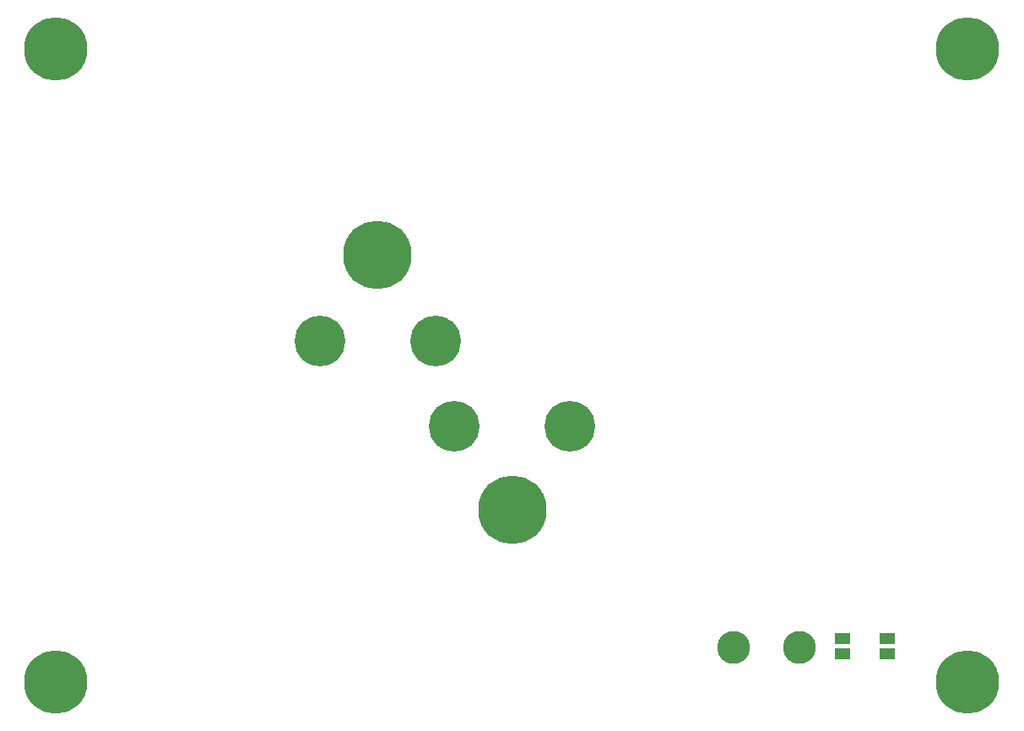
<source format=gtl>
G04 start of page 2 for group 0 idx 0 *
G04 Title: (unknown), 1top *
G04 Creator: pcb 20110918 *
G04 CreationDate: Mon Dec 23 20:18:39 2013 UTC *
G04 For: fosse *
G04 Format: Gerber/RS-274X *
G04 PCB-Dimensions: 550000 350000 *
G04 PCB-Coordinate-Origin: lower left *
%MOIN*%
%FSLAX25Y25*%
%LNTOP*%
%ADD21C,0.1160*%
%ADD20C,0.0890*%
%ADD19C,0.1090*%
%ADD18C,0.0945*%
%ADD17C,0.1150*%
%ADD16R,0.0433X0.0433*%
%ADD15R,0.0433X0.0433*%
%ADD14C,0.2700*%
%ADD13C,0.2000*%
%ADD12C,0.2500*%
%ADD11C,0.1300*%
G54D11*X327110Y52090D03*
X353110D03*
G54D12*X419610Y288340D03*
Y38340D03*
G54D13*X262410Y139240D03*
G54D14*X239910Y106240D03*
X186500Y207000D03*
D03*
D03*
G54D13*X209350Y173000D03*
X216910Y139240D03*
X163850Y173000D03*
G54D12*X59610Y288340D03*
Y38340D03*
G54D15*X387070Y49548D02*X388646D01*
G54D16*X387070Y55453D02*X388646D01*
G54D15*X369354Y49548D02*X370928D01*
G54D16*X369354Y55453D02*X370929D01*
G54D17*G54D18*G54D19*G54D20*G54D21*G54D20*G54D19*M02*

</source>
